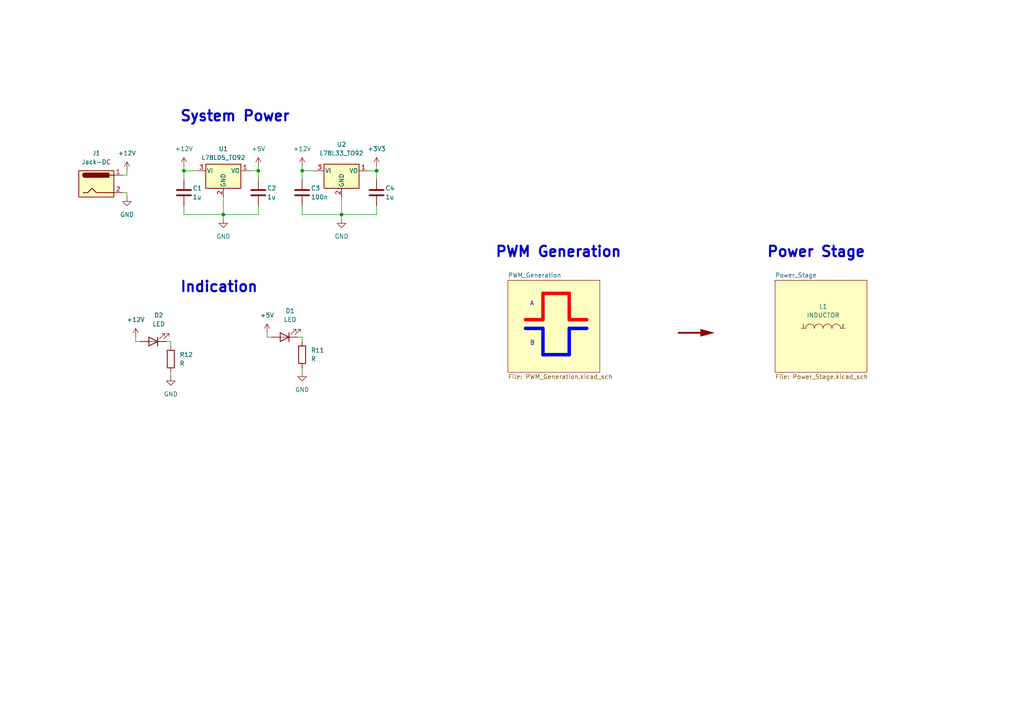
<source format=kicad_sch>
(kicad_sch (version 20211123) (generator eeschema)
  (paper "A4")
  (title_block (title "AC AC Buck Converter") (company "Kei Carden"))
  (lib_symbols
    (symbol "Connector:Jack-DC" (pin_names (offset 1.016))
      (property "Reference" "J" (at 0 5.334 0))
      (property "Value" "Jack-DC" (at 0 -5.08 0))
      (symbol "Jack-DC_0_1"
        (rectangle (start -5.08 3.81) (end 5.08 -3.81) (stroke (width 0.254)) (fill (type background)))
        (arc (start -3.302 3.175) (mid -3.937 2.54) (end -3.302 1.905) (stroke (width 0.254)))
        (arc (start -3.302 3.175) (mid -3.937 2.54) (end -3.302 1.905) (stroke (width 0.254)) (fill (type outline)))
        (polyline (pts (xy 5.08 2.54) (xy 3.81 2.54)) (stroke (width 0.254)))
        (polyline (pts (xy -3.81 -2.54) (xy -2.54 -2.54) (xy -1.27 -1.27) (xy 0 -2.54) (xy 2.54 -2.54) (xy 5.08 -2.54)) (stroke (width 0.254)))
        (rectangle (start 3.683 3.175) (end -3.302 1.905) (stroke (width 0.254)) (fill (type outline)))
      )
      (symbol "Jack-DC_1_1"
        (pin passive line (at 7.62 2.54 180) (length 2.54) (name "~") (number "1"))
        (pin passive line (at 7.62 -2.54 180) (length 2.54) (name "~") (number "2"))
      )
    )
    (symbol "Device:C" (pin_numbers hide) (pin_names (offset 0.254))
      (property "Reference" "C" (at 0.635 2.54 0))
      (property "Value" "C" (at 0.635 -2.54 0))
      (symbol "C_0_1"
        (polyline (pts (xy -2.032 -0.762) (xy 2.032 -0.762)) (stroke (width 0.508)))
        (polyline (pts (xy -2.032 0.762) (xy 2.032 0.762)) (stroke (width 0.508)))
      )
      (symbol "C_1_1"
        (pin passive line (at 0 3.81 270) (length 2.794) (name "~") (number "1"))
        (pin passive line (at 0 -3.81 90) (length 2.794) (name "~") (number "2"))
      )
    )
    (symbol "Device:LED" (pin_numbers hide) (pin_names (offset 1.016) hide)
      (property "Reference" "D" (at 0 2.54 0))
      (property "Value" "LED" (at 0 -2.54 0))
      (symbol "LED_0_1"
        (polyline (pts (xy -1.27 -1.27) (xy -1.27 1.27)) (stroke (width 0.254)))
        (polyline (pts (xy -1.27 0) (xy 1.27 0)))
        (polyline (pts (xy 1.27 -1.27) (xy 1.27 1.27) (xy -1.27 0) (xy 1.27 -1.27)) (stroke (width 0.254)))
        (polyline (pts (xy -3.048 -0.762) (xy -4.572 -2.286) (xy -3.81 -2.286) (xy -4.572 -2.286) (xy -4.572 -1.524)))
        (polyline (pts (xy -1.778 -0.762) (xy -3.302 -2.286) (xy -2.54 -2.286) (xy -3.302 -2.286) (xy -3.302 -1.524)))
      )
      (symbol "LED_1_1"
        (pin passive line (at -3.81 0 0) (length 2.54) (name "K") (number "1"))
        (pin passive line (at 3.81 0 180) (length 2.54) (name "A") (number "2"))
      )
    )
    (symbol "Device:R" (pin_numbers hide) (pin_names (offset 0))
      (property "Reference" "R" (at 2.032 0 90))
      (property "Value" "R" (at 0 0 90))
      (symbol "R_0_1"
        (rectangle (start -1.016 -2.54) (end 1.016 2.54) (stroke (width 0.254)))
      )
      (symbol "R_1_1"
        (pin passive line (at 0 3.81 270) (length 1.27) (name "~") (number "1"))
        (pin passive line (at 0 -3.81 90) (length 1.27) (name "~") (number "2"))
      )
    )
    (symbol "Graphic:SYM_Arrow_XLarge" (pin_names (offset 1.016))
      (symbol "SYM_Arrow_XLarge_0_1"
        (polyline (pts (xy 2.54 0) (xy -5.08 0)) (stroke (width 0.508)))
        (polyline (pts (xy 5.08 0) (xy 1.27 -1.016) (xy 1.27 1.016) (xy 5.08 0)) (fill (type outline)))
      )
    )
    (symbol "Regulator_Linear:L78L05_TO92" (pin_names (offset 0.254))
      (property "Reference" "U" (at -3.81 3.175 0))
      (property "Value" "L78L05_TO92" (at 0 3.175 0))
      (symbol "L78L05_TO92_0_1"
        (rectangle (start -5.08 -5.08) (end 5.08 1.905) (stroke (width 0.254)) (fill (type background)))
      )
      (symbol "L78L05_TO92_1_1"
        (pin power_out line (at 7.62 0 180) (length 2.54) (name "VO") (number "1"))
        (pin power_in line (at 0 -7.62 90) (length 2.54) (name "GND") (number "2"))
        (pin power_in line (at -7.62 0 0) (length 2.54) (name "VI") (number "3"))
      )
    )
    (symbol "Regulator_Linear:L78L33_TO92" (pin_names (offset 0.254))
      (property "Reference" "U" (at -3.81 3.175 0))
      (property "Value" "L78L33_TO92" (at 0 3.175 0))
      (symbol "L78L33_TO92_0_1"
        (rectangle (start -5.08 -5.08) (end 5.08 1.905) (stroke (width 0.254)) (fill (type background)))
      )
      (symbol "L78L33_TO92_1_1"
        (pin power_out line (at 7.62 0 180) (length 2.54) (name "VO") (number "1"))
        (pin power_in line (at 0 -7.62 90) (length 2.54) (name "GND") (number "2"))
        (pin power_in line (at -7.62 0 0) (length 2.54) (name "VI") (number "3"))
      )
    )
    (symbol "power:+12V" (power) (pin_names (offset 0))
      (property "Value" "+12V" (at 0 3.556 0))
      (symbol "+12V_0_1"
        (polyline (pts (xy -0.762 1.27) (xy 0 2.54)))
        (polyline (pts (xy 0 0) (xy 0 2.54)))
        (polyline (pts (xy 0 2.54) (xy 0.762 1.27)))
      )
      (symbol "+12V_1_1"
        (pin power_in line (at 0 0 90) (length 0) hide (name "+12V") (number "1"))
      )
    )
    (symbol "power:+3V3" (power) (pin_names (offset 0))
      (property "Value" "+3V3" (at 0 3.556 0))
      (symbol "+3V3_0_1"
        (polyline (pts (xy -0.762 1.27) (xy 0 2.54)))
        (polyline (pts (xy 0 0) (xy 0 2.54)))
        (polyline (pts (xy 0 2.54) (xy 0.762 1.27)))
      )
      (symbol "+3V3_1_1"
        (pin power_in line (at 0 0 90) (length 0) hide (name "+3V3") (number "1"))
      )
    )
    (symbol "power:+5V" (power) (pin_names (offset 0))
      (property "Value" "+5V" (at 0 3.556 0))
      (symbol "+5V_0_1"
        (polyline (pts (xy -0.762 1.27) (xy 0 2.54)))
        (polyline (pts (xy 0 0) (xy 0 2.54)))
        (polyline (pts (xy 0 2.54) (xy 0.762 1.27)))
      )
      (symbol "+5V_1_1"
        (pin power_in line (at 0 0 90) (length 0) hide (name "+5V") (number "1"))
      )
    )
    (symbol "power:GND" (power) (pin_names (offset 0))
      (property "Value" "GND" (at 0 -3.81 0))
      (symbol "GND_0_1"
        (polyline (pts (xy 0 0) (xy 0 -1.27) (xy 1.27 -1.27) (xy 0 -2.54) (xy -1.27 -1.27) (xy 0 -1.27)))
      )
      (symbol "GND_1_1"
        (pin power_in line (at 0 0 270) (length 0) hide (name "GND") (number "1"))
      )
    )
    (symbol "pspice:INDUCTOR" (pin_numbers hide) (pin_names (offset 0))
      (property "Reference" "L" (at 0 2.54 0))
      (property "Value" "INDUCTOR" (at 0 -1.27 0))
      (symbol "INDUCTOR_0_1"
        (arc (start -2.54 0) (mid -3.81 1.27) (end -5.08 0))
        (arc (start 0 0) (mid -1.27 1.27) (end -2.54 0))
        (arc (start 2.54 0) (mid 1.27 1.27) (end 0 0))
        (arc (start 5.08 0) (mid 3.81 1.27) (end 2.54 0))
      )
      (symbol "INDUCTOR_1_1"
        (pin input line (at -6.35 0 0) (length 1.27) (name "1") (number "1"))
        (pin input line (at 6.35 0 180) (length 1.27) (name "2") (number "2"))
      )
    )
  )
  (junction (at 74.93 49.53))
  (junction (at 64.77 62.23))
  (junction (at 99.06 62.23))
  (junction (at 109.22 49.53))
  (junction (at 53.34 49.53))
  (junction (at 87.63 49.53))
  (wire (pts (xy 48.26 99.06) (xy 49.53 99.06)))
  (wire (pts (xy 87.63 97.79) (xy 87.63 99.06)))
  (wire (pts (xy 72.39 49.53) (xy 74.93 49.53)))
  (wire (pts (xy 99.06 62.23) (xy 109.22 62.23)))
  (wire (pts (xy 53.34 59.69) (xy 53.34 62.23)))
  (wire (pts (xy 87.63 62.23) (xy 99.06 62.23)))
  (wire (pts (xy 87.63 48.26) (xy 87.63 49.53)))
  (wire (pts (xy 64.77 57.15) (xy 64.77 62.23)))
  (wire (pts (xy 53.34 49.53) (xy 53.34 52.07)))
  (wire (pts (xy 57.15 49.53) (xy 53.34 49.53)))
  (wire (pts (xy 74.93 62.23) (xy 74.93 59.69)))
  (wire (pts (xy 74.93 62.23) (xy 64.77 62.23)))
  (wire (pts (xy 77.47 97.79) (xy 78.74 97.79)))
  (wire (pts (xy 49.53 99.06) (xy 49.53 100.33)))
  (wire (pts (xy 87.63 49.53) (xy 91.44 49.53)))
  (wire (pts (xy 36.83 55.88) (xy 36.83 57.15)))
  (polyline (pts (xy 165.1 102.87) (xy 165.1 95.25)) (stroke (width 1) (type solid) (color 0 0 255 1)))
  (polyline (pts (xy 157.48 92.71) (xy 157.48 85.09)) (stroke (width 1) (type solid) (color 255 0 0 1)))
  (polyline (pts (xy 165.1 92.71) (xy 170.18 92.71)) (stroke (width 1) (type solid) (color 255 0 0 1)))
  (wire (pts (xy 35.56 55.88) (xy 36.83 55.88)))
  (wire (pts (xy 87.63 52.07) (xy 87.63 49.53)))
  (polyline (pts (xy 157.48 102.87) (xy 165.1 102.87)) (stroke (width 1) (type solid) (color 0 0 255 1)))
  (polyline (pts (xy 152.4 95.25) (xy 157.48 95.25)) (stroke (width 1) (type solid) (color 0 0 255 1)))
  (wire (pts (xy 109.22 62.23) (xy 109.22 59.69)))
  (wire (pts (xy 53.34 62.23) (xy 64.77 62.23)))
  (wire (pts (xy 87.63 106.68) (xy 87.63 107.95)))
  (wire (pts (xy 35.56 50.8) (xy 36.83 50.8)))
  (wire (pts (xy 36.83 50.8) (xy 36.83 49.53)))
  (wire (pts (xy 109.22 49.53) (xy 106.68 49.53)))
  (wire (pts (xy 99.06 62.23) (xy 99.06 63.5)))
  (polyline (pts (xy 165.1 85.09) (xy 165.1 92.71)) (stroke (width 1) (type solid) (color 255 0 0 1)))
  (polyline (pts (xy 165.1 95.25) (xy 170.18 95.25)) (stroke (width 1) (type solid) (color 0 0 255 1)))
  (wire (pts (xy 49.53 107.95) (xy 49.53 109.22)))
  (wire (pts (xy 64.77 62.23) (xy 64.77 63.5)))
  (wire (pts (xy 39.37 97.79) (xy 39.37 99.06)))
  (wire (pts (xy 74.93 49.53) (xy 74.93 52.07)))
  (wire (pts (xy 77.47 96.52) (xy 77.47 97.79)))
  (wire (pts (xy 39.37 99.06) (xy 40.64 99.06)))
  (wire (pts (xy 109.22 52.07) (xy 109.22 49.53)))
  (polyline (pts (xy 152.4 92.71) (xy 157.48 92.71)) (stroke (width 1) (type solid) (color 255 0 0 1)))
  (wire (pts (xy 109.22 48.26) (xy 109.22 49.53)))
  (polyline (pts (xy 157.48 85.09) (xy 165.1 85.09)) (stroke (width 1) (type solid) (color 255 0 0 1)))
  (wire (pts (xy 86.36 97.79) (xy 87.63 97.79)))
  (wire (pts (xy 74.93 48.26) (xy 74.93 49.53)))
  (wire (pts (xy 99.06 57.15) (xy 99.06 62.23)))
  (polyline (pts (xy 157.48 95.25) (xy 157.48 102.87)) (stroke (width 1) (type solid) (color 0 0 255 1)))
  (wire (pts (xy 87.63 59.69) (xy 87.63 62.23)))
  (wire (pts (xy 53.34 48.26) (xy 53.34 49.53)))
  (text "System Power\n" (at 52.07 35.56 0) (effects (font (size 3 3) (thickness 0.6) bold) (justify left bottom)))
  (text "A" (at 153.67 88.9 0) (effects (font (size 1.27 1.27)) (justify left bottom)))
  (text "PWM Generation" (at 143.51 74.93 0) (effects (font (size 3 3) (thickness 0.6) bold) (justify left bottom)))
  (text "B\n" (at 153.67 100.33 0) (effects (font (size 1.27 1.27)) (justify left bottom)))
  (text "Indication\n" (at 52.07 85.09 0) (effects (font (size 3 3) (thickness 0.6) bold) (justify left bottom)))
  (text "Power Stage" (at 222.25 74.93 0) (effects (font (size 3 3) (thickness 0.6) bold) (justify left bottom)))
  (symbol (lib_id "Regulator_Linear:L78L05_TO92") (at 64.77 49.53 0) (unit 1)
    (property "Reference" "U1" (at 64.77 43.18 0))
    (property "Value" "L78L05_TO92" (at 64.77 45.72 0))
    (property "Footprint" "Package_TO_SOT_THT:TO-92_Inline_Wide" (effects hide))
    (property "Datasheet" "http://www.st.com/content/ccc/resource/technical/document/datasheet/15/55/e5/aa/23/5b/43/fd/CD00000446.pdf/files/CD00000446.pdf/jcr:content/translations/en.CD00000446.pdf" (effects hide))
  )
  (symbol (lib_id "power:+5V") (at 77.47 96.52 0) (unit 1)
    (property "Reference" "#PWR0128" (effects hide))
    (property "Value" "+5V" (at 77.47 91.44 0))
  )
  (symbol (lib_id "power:GND") (at 49.53 109.22 0) (unit 1)
    (property "Reference" "#PWR0127" (effects hide))
    (property "Value" "GND" (at 49.53 114.3 0))
  )
  (symbol (lib_id "power:+12V") (at 87.63 48.26 0) (unit 1)
    (property "Reference" "#PWR0106" (effects hide))
    (property "Value" "+12V" (at 87.63 43.18 0))
  )
  (symbol (lib_id "Graphic:SYM_Arrow_XLarge") (at 201.93 96.52 0) (unit 1)
    (property "Reference" "#SYM1" (effects hide))
    (property "Value" "SYM_Arrow_XLarge" (effects hide))
  )
  (symbol (lib_id "power:GND") (at 64.77 63.5 0) (unit 1)
    (property "Reference" "#PWR0105" (effects hide))
    (property "Value" "GND" (at 64.77 68.58 0))
  )
  (symbol (lib_id "power:+12V") (at 36.83 49.53 0) (unit 1)
    (property "Reference" "#PWR0102" (effects hide))
    (property "Value" "+12V" (at 36.83 44.45 0))
  )
  (symbol (lib_id "Device:C") (at 74.93 55.88 0) (unit 1)
    (property "Reference" "C2" (at 77.47 54.61 0) (effects (justify left)))
    (property "Value" "1u" (at 77.47 57.15 0) (effects (justify left)))
    (property "Footprint" "Capacitor_SMD:C_0603_1608Metric_Pad1.08x0.95mm_HandSolder" (effects hide))
  )
  (symbol (lib_id "power:+12V") (at 53.34 48.26 0) (unit 1)
    (property "Reference" "#PWR0101" (effects hide))
    (property "Value" "+12V" (at 53.34 43.18 0))
  )
  (symbol (lib_id "Device:C") (at 53.34 55.88 0) (unit 1)
    (property "Reference" "C1" (at 55.88 54.61 0) (effects (justify left)))
    (property "Value" "1u" (at 55.88 57.15 0) (effects (justify left)))
    (property "Footprint" "Capacitor_SMD:C_0603_1608Metric_Pad1.08x0.95mm_HandSolder" (effects hide))
  )
  (symbol (lib_id "power:+3V3") (at 109.22 48.26 0) (unit 1)
    (property "Reference" "#PWR0108" (effects hide))
    (property "Value" "+3V3" (at 109.22 43.18 0))
  )
  (symbol (lib_id "Device:R") (at 87.63 102.87 180) (unit 1)
    (property "Reference" "R11" (at 90.17 101.5999 0) (effects (justify right)))
    (property "Value" "R" (at 90.17 104.1399 0) (effects (justify right)))
    (property "Footprint" "Resistor_SMD:R_0603_1608Metric_Pad0.98x0.95mm_HandSolder" (effects hide))
  )
  (symbol (lib_id "power:GND") (at 36.83 57.15 0) (unit 1)
    (property "Reference" "#PWR0103" (effects hide))
    (property "Value" "GND" (at 36.83 62.23 0))
  )
  (symbol (lib_id "Connector:Jack-DC") (at 27.94 53.34 0) (unit 1)
    (property "Reference" "J1" (at 27.94 44.45 0))
    (property "Value" "Jack-DC" (at 27.94 46.99 0))
    (property "Footprint" "Connector_BarrelJack:BarrelJack_GCT_DCJ200-10-A_Horizontal" (effects hide))
  )
  (symbol (lib_id "power:GND") (at 99.06 63.5 0) (unit 1)
    (property "Reference" "#PWR0107" (effects hide))
    (property "Value" "GND" (at 99.06 68.58 0))
  )
  (symbol (lib_id "Device:LED") (at 44.45 99.06 180) (unit 1)
    (property "Reference" "D2" (at 46.0375 91.44 0))
    (property "Value" "LED" (at 46.0375 93.98 0))
    (property "Footprint" "LED_THT:LED_D3.0mm" (effects hide))
  )
  (symbol (lib_id "power:+5V") (at 74.93 48.26 0) (unit 1)
    (property "Reference" "#PWR0104" (effects hide))
    (property "Value" "+5V" (at 74.93 43.18 0))
  )
  (symbol (lib_id "pspice:INDUCTOR") (at 238.76 95.25 0) (unit 1)
    (property "Reference" "L1" (at 238.76 88.9 0))
    (property "Value" "INDUCTOR" (at 238.76 91.44 0))
  )
  (symbol (lib_id "power:GND") (at 87.63 107.95 0) (unit 1)
    (property "Reference" "#PWR0131" (effects hide))
    (property "Value" "GND" (at 87.63 113.03 0))
  )
  (symbol (lib_id "Device:LED") (at 82.55 97.79 180) (unit 1)
    (property "Reference" "D1" (at 84.1375 90.17 0))
    (property "Value" "LED" (at 84.1375 92.71 0))
    (property "Footprint" "LED_THT:LED_D3.0mm" (effects hide))
  )
  (symbol (lib_id "power:+12V") (at 39.37 97.79 0) (unit 1)
    (property "Reference" "#PWR0130" (effects hide))
    (property "Value" "+12V" (at 39.37 92.71 0))
  )
  (symbol (lib_id "Regulator_Linear:L78L33_TO92") (at 99.06 49.53 0) (unit 1)
    (property "Reference" "U2" (at 99.06 41.91 0))
    (property "Value" "L78L33_TO92" (at 99.06 44.45 0))
    (property "Footprint" "Package_TO_SOT_THT:TO-92_Inline_Wide" (effects hide))
    (property "Datasheet" "http://www.st.com/content/ccc/resource/technical/document/datasheet/15/55/e5/aa/23/5b/43/fd/CD00000446.pdf/files/CD00000446.pdf/jcr:content/translations/en.CD00000446.pdf" (effects hide))
  )
  (symbol (lib_id "Device:C") (at 109.22 55.88 0) (unit 1)
    (property "Reference" "C4" (at 111.76 54.61 0) (effects (justify left)))
    (property "Value" "1u" (at 111.76 57.15 0) (effects (justify left)))
    (property "Footprint" "Capacitor_SMD:C_0603_1608Metric_Pad1.08x0.95mm_HandSolder" (effects hide))
  )
  (symbol (lib_id "Device:C") (at 87.63 55.88 0) (unit 1)
    (property "Reference" "C3" (at 90.17 54.61 0) (effects (justify left)))
    (property "Value" "100n" (at 90.17 57.15 0) (effects (justify left)))
    (property "Footprint" "Capacitor_SMD:C_0603_1608Metric_Pad1.08x0.95mm_HandSolder" (effects hide))
  )
  (symbol (lib_id "Device:R") (at 49.53 104.14 180) (unit 1)
    (property "Reference" "R12" (at 52.07 102.8699 0) (effects (justify right)))
    (property "Value" "R" (at 52.07 105.4099 0) (effects (justify right)))
    (property "Footprint" "Resistor_SMD:R_0603_1608Metric_Pad0.98x0.95mm_HandSolder" (effects hide))
  )
  (sheet (at 147.32 81.28) (size 26.67 26.67) (stroke (width 0.1524)) (fill (color 255 255 194 1.0000))
    (property "Sheet name" "PWM_Generation" (at 147.32 80.5684 0) (effects (justify left bottom)))
    (property "Sheet file" "PWM_Generation.kicad_sch" (at 147.32 108.5346 0) (effects (justify left top)))
  )
  (sheet (at 224.79 81.28) (size 26.67 26.67) (stroke (width 0.1524)) (fill (color 255 255 194 1.0000))
    (property "Sheet name" "Power_Stage" (at 224.79 80.5684 0) (effects (justify left bottom)))
    (property "Sheet file" "Power_Stage.kicad_sch" (at 224.79 108.5346 0) (effects (justify left top)))
  )
)
</source>
